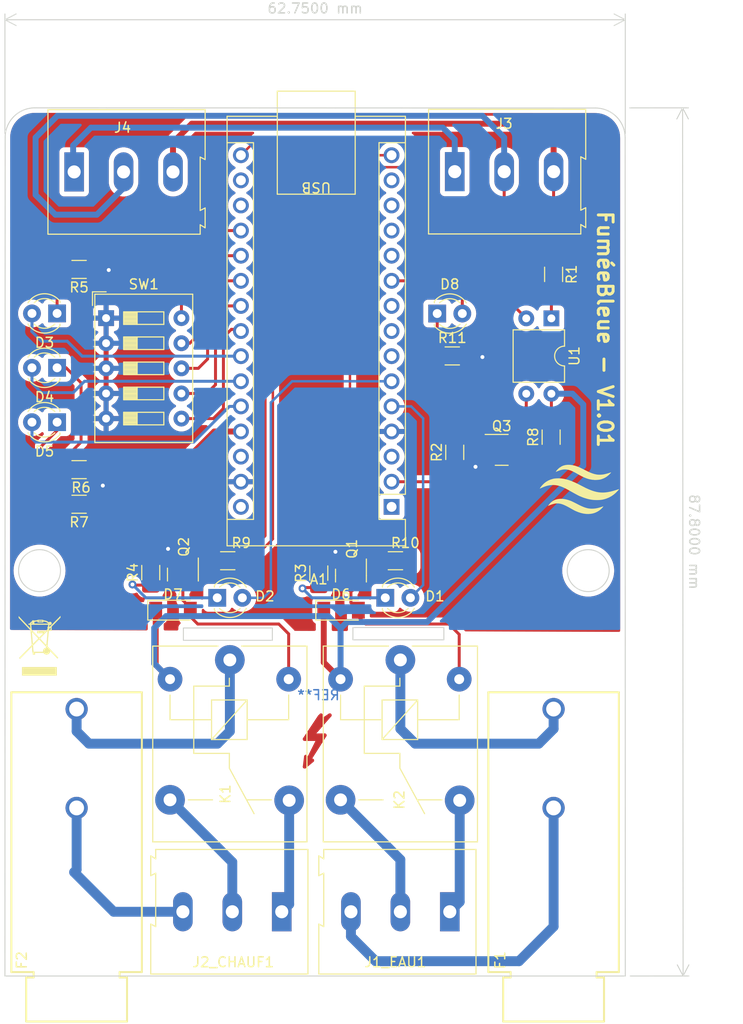
<source format=kicad_pcb>
(kicad_pcb (version 20211014) (generator pcbnew)
  (title_block (comment 4 "AISLER Project ID: KVRGMSSR"))
  (layers (0 "F.Cu" signal) (31 "B.Cu" signal) (34 "B.Paste" user) (35 "F.Paste" user) (36 "B.SilkS" user "B.Silkscreen") (37 "F.SilkS" user "F.Silkscreen") (38 "B.Mask" user) (39 "F.Mask" user) (44 "Edge.Cuts" user))
  (net 0 "")
  (net 2 "Net-(A1-Pad2)")
  (net 4 "GND")
  (net 5 "Net-(A1-Pad5)")
  (net 6 "Net-(A1-Pad6)")
  (net 7 "Net-(A1-Pad26)")
  (net 8 "Net-(A1-Pad25)")
  (net 9 "Net-(A1-Pad24)")
  (net 10 "Net-(A1-Pad10)")
  (net 15 "Net-(A1-Pad15)")
  (net 16 "Net-(A1-Pad16)")
  (net 19 "Net-(A1-Pad19)")
  (net 20 "Net-(A1-Pad20)")
  (net 21 "Net-(A1-Pad21)")
  (net 22 "Net-(A1-Pad22)")
  (net 23 "Net-(A1-Pad23)")
  (net 27 "Net-(A1-Pad27)")
  (net 30 "Net-(D1-Pad1)")
  (net 31 "Net-(D2-Pad1)")
  (net 32 "Net-(D3-Pad1)")
  (net 33 "Net-(D4-Pad1)")
  (net 34 "Net-(D5-Pad1)")
  (net 35 "Net-(F1-Pad1)")
  (net 36 "Net-(F1-Pad2)")
  (net 37 "Net-(F2-Pad1)")
  (net 38 "Net-(F2-Pad2)")
  (net 39 "Net-(J1_EAU1-Pad1)")
  (net 40 "Net-(J1_EAU1-Pad2)")
  (net 41 "Net-(D6-Pad2)")
  (net 42 "Net-(J2_CHAUF1-Pad1)")
  (net 43 "Net-(J3-Pad1)")
  (net 44 "Net-(R1-Pad2)")
  (net 45 "Net-(J2_CHAUF1-Pad2)")
  (net 46 "Net-(D7-Pad2)")
  (net 47 "Net-(D8-Pad1)")
  (net 48 "Net-(J3-Pad2)")
  (net 49 "Net-(J3-Pad3)")
  (net 50 "Net-(Q1-Pad1)")
  (net 51 "Net-(Q2-Pad1)")
  (net 52 "Net-(Q3-Pad1)")
  (footprint "Diode_SMD:D_MiniMELF" (layer "F.Cu") (at 146.5 107)
    (fp_text reference "D6" (at 0 -1.6) (layer "F.SilkS"))
    (fp_text value "LL4148")
    (pad "1" smd rect (at -1.75 0) (size 1.3 1.7) (layers "F.Cu" "F.Paste" "F.Mask") (net 27 "Net-(A1-Pad27)"))
    (pad "2" smd rect (at 1.75 0) (size 1.3 1.7) (layers "F.Cu" "F.Paste" "F.Mask") (net 41 "Net-(D6-Pad2)"))
  )
  (footprint "LED_THT:LED_D3.0mm_FlatTop" (layer "F.Cu") (at 117.775 87.9875 180)
    (fp_text reference "D5" (at 1.27 -2.96) (layer "F.SilkS"))
    (fp_text value "LED ROUGE")
    (pad "1" thru_hole rect (at 0 0 180) (size 1.8 1.8) (drill 0.9) (layers *.Cu *.Mask) (net 34 "Net-(D5-Pad1)"))
    (pad "2" thru_hole circle (at 2.54 0 180) (size 1.8 1.8) (drill 0.9) (layers *.Cu *.Mask) (net 7 "Net-(A1-Pad26)"))
  )
  (footprint "TerminalBlock:TerminalBlock_Altech_AK300-3_P5.00mm" (layer "F.Cu") (at 140.5 137.5 180)
    (fp_text reference "J2_CHAUF1" (at 4.9 -5.1) (layer "F.SilkS"))
    (fp_text value "Screw_Terminal_01x03")
    (pad "1" thru_hole rect (at 0 0 180) (size 1.98 3.96) (drill 1.32) (layers *.Cu *.Mask) (net 42 "Net-(J2_CHAUF1-Pad1)"))
    (pad "2" thru_hole oval (at 5 0 180) (size 1.98 3.96) (drill 1.32) (layers *.Cu *.Mask) (net 45 "Net-(J2_CHAUF1-Pad2)"))
    (pad "3" thru_hole oval (at 10 0 180) (size 1.98 3.96) (drill 1.32) (layers *.Cu *.Mask) (net 37 "Net-(F2-Pad1)"))
  )
  (footprint "Resistor_SMD:R_1206_3216Metric" (layer "F.Cu") (at 120 72.5375 180)
    (fp_text reference "R5" (at 0 -1.82) (layer "F.SilkS"))
    (fp_text value "1k")
    (pad "1" smd roundrect (at -1.4625 0 180) (size 1.125 1.75) (layers "F.Cu" "F.Paste" "F.Mask") (roundrect_rratio 0.2222222222) (net 4 "GND"))
    (pad "2" smd roundrect (at 1.4625 0 180) (size 1.125 1.75) (layers "F.Cu" "F.Paste" "F.Mask") (roundrect_rratio 0.2222222222) (net 32 "Net-(D3-Pad1)"))
  )
  (footprint "TerminalBlock:TerminalBlock_Altech_AK300-3_P5.00mm" (layer "F.Cu") (at 158 62.65)
    (fp_text reference "J3" (at 5 -4.85) (layer "F.SilkS"))
    (fp_text value "Screw_Terminal_01x03")
    (pad "1" thru_hole rect (at 0 0) (size 1.98 3.96) (drill 1.32) (layers *.Cu *.Mask) (net 43 "Net-(J3-Pad1)"))
    (pad "2" thru_hole oval (at 5 0) (size 1.98 3.96) (drill 1.32) (layers *.Cu *.Mask) (net 48 "Net-(J3-Pad2)"))
    (pad "3" thru_hole oval (at 10 0) (size 1.98 3.96) (drill 1.32) (layers *.Cu *.Mask) (net 49 "Net-(J3-Pad3)"))
  )
  (footprint "Package_TO_SOT_SMD:SOT-23" (layer "F.Cu") (at 130.5 103.4 -90)
    (fp_text reference "Q2" (at -2.8 -0.1 90) (layer "F.SilkS"))
    (fp_text value "TRANS_NPN-MMBT2222AL")
    (pad "1" smd roundrect (at -0.9375 -0.95 270) (size 1.475 0.6) (layers "F.Cu" "F.Paste" "F.Mask") (net 51 "Net-(Q2-Pad1)"))
    (pad "2" smd roundrect (at -0.9375 0.95 270) (size 1.475 0.6) (layers "F.Cu" "F.Paste" "F.Mask") (net 4 "GND"))
    (pad "3" smd roundrect (at 0.9375 0 270) (size 1.475 0.6) (layers "F.Cu" "F.Paste" "F.Mask") (net 46 "Net-(D7-Pad2)"))
  )
  (footprint "Package_TO_SOT_SMD:SOT-23" (layer "F.Cu") (at 147.5 103.5 -90)
    (fp_text reference "Q1" (at -2.7 -0.1 90) (layer "F.SilkS"))
    (fp_text value "TRANS_NPN-MMBT2222AL")
    (pad "1" smd roundrect (at -0.9375 -0.95 270) (size 1.475 0.6) (layers "F.Cu" "F.Paste" "F.Mask") (net 50 "Net-(Q1-Pad1)"))
    (pad "2" smd roundrect (at -0.9375 0.95 270) (size 1.475 0.6) (layers "F.Cu" "F.Paste" "F.Mask") (net 4 "GND"))
    (pad "3" smd roundrect (at 0.9375 0 270) (size 1.475 0.6) (layers "F.Cu" "F.Paste" "F.Mask") (net 41 "Net-(D6-Pad2)"))
  )
  (footprint "Resistor_SMD:R_1206_3216Metric" (layer "F.Cu") (at 158 91.0375 90)
    (fp_text reference "R2" (at 0 -1.82 90) (layer "F.SilkS"))
    (fp_text value "10k")
    (pad "1" smd roundrect (at -1.4625 0 90) (size 1.125 1.75) (layers "F.Cu" "F.Paste" "F.Mask") (roundrect_rratio 0.2222222222) (net 4 "GND"))
    (pad "2" smd roundrect (at 1.4625 0 90) (size 1.125 1.75) (layers "F.Cu" "F.Paste" "F.Mask") (roundrect_rratio 0.2222222222) (net 52 "Net-(Q3-Pad1)"))
  )
  (footprint "Resistor_SMD:R_1206_3216Metric" (layer "F.Cu") (at 144.25 103.25 90)
    (fp_text reference "R3" (at 0 -1.82 90) (layer "F.SilkS"))
    (fp_text value "1k")
    (pad "1" smd roundrect (at -1.4625 0 90) (size 1.125 1.75) (layers "F.Cu" "F.Paste" "F.Mask") (roundrect_rratio 0.2222222222) (net 30 "Net-(D1-Pad1)"))
    (pad "2" smd roundrect (at 1.4625 0 90) (size 1.125 1.75) (layers "F.Cu" "F.Paste" "F.Mask") (roundrect_rratio 0.2222222222) (net 4 "GND"))
  )
  (footprint "Resistor_SMD:R_1206_3216Metric" (layer "F.Cu") (at 157.75 81.2875)
    (fp_text reference "R11" (at 0 -1.82) (layer "F.SilkS"))
    (fp_text value "1k")
    (pad "1" smd roundrect (at -1.4625 0) (size 1.125 1.75) (layers "F.Cu" "F.Paste" "F.Mask") (roundrect_rratio 0.2222222222) (net 47 "Net-(D8-Pad1)"))
    (pad "2" smd roundrect (at 1.4625 0) (size 1.125 1.75) (layers "F.Cu" "F.Paste" "F.Mask") (roundrect_rratio 0.2222222222) (net 4 "GND"))
  )
  (footprint "Relay_THT:Relay_SPDT_SANYOU_SRD_Series_Form_C" (layer "F.Cu") (at 152.500183 112.030972 -90)
    (fp_text reference "K2" (at 14.15 0.100183 90) (layer "F.SilkS"))
    (fp_text value "SANYOU_SRD_Form_C")
    (pad "1" thru_hole circle (at 0 0) (size 3 3) (drill 1.3) (layers *.Cu *.Mask) (net 36 "Net-(F1-Pad2)"))
    (pad "2" thru_hole circle (at 1.95 6.05) (size 2.5 2.5) (drill 1) (layers *.Cu *.Mask) (net 27 "Net-(A1-Pad27)"))
    (pad "3" thru_hole circle (at 14.15 6.05) (size 3 3) (drill 1.3) (layers *.Cu *.Mask) (net 40 "Net-(J1_EAU1-Pad2)"))
    (pad "4" thru_hole circle (at 14.2 -6) (size 3 3) (drill 1.3) (layers *.Cu *.Mask) (net 39 "Net-(J1_EAU1-Pad1)"))
    (pad "5" thru_hole circle (at 1.95 -5.95) (size 2.5 2.5) (drill 1) (layers *.Cu *.Mask) (net 41 "Net-(D6-Pad2)"))
  )
  (footprint "Resistor_SMD:R_1206_3216Metric" (layer "F.Cu") (at 120 96.2875 180)
    (fp_text reference "R7" (at 0 -1.82) (layer "F.SilkS"))
    (fp_text value "1k")
    (pad "1" smd roundrect (at -1.4625 0 180) (size 1.125 1.75) (layers "F.Cu" "F.Paste" "F.Mask") (roundrect_rratio 0.2222222222) (net 4 "GND"))
    (pad "2" smd roundrect (at 1.4625 0 180) (size 1.125 1.75) (layers "F.Cu" "F.Paste" "F.Mask") (roundrect_rratio 0.2222222222) (net 34 "Net-(D5-Pad1)"))
  )
  (footprint "Resistor_SMD:R_1206_3216Metric" (layer "F.Cu") (at 167.75 89.5 90)
    (fp_text reference "R8" (at 0 -1.82 90) (layer "F.SilkS"))
    (fp_text value "10k")
    (pad "1" smd roundrect (at -1.4625 0 90) (size 1.125 1.75) (layers "F.Cu" "F.Paste" "F.Mask") (roundrect_rratio 0.2222222222) (net 2 "Net-(A1-Pad2)"))
    (pad "2" smd roundrect (at 1.4625 0 90) (size 1.125 1.75) (layers "F.Cu" "F.Paste" "F.Mask") (roundrect_rratio 0.2222222222) (net 27 "Net-(A1-Pad27)"))
  )
  (footprint "Resistor_SMD:R_1206_3216Metric" (layer "F.Cu") (at 168 73.0375 -90)
    (fp_text reference "R1" (at 0 -1.82 90) (layer "F.SilkS"))
    (fp_text value "1,2k")
    (pad "1" smd roundrect (at -1.4625 0 270) (size 1.125 1.75) (layers "F.Cu" "F.Paste" "F.Mask") (roundrect_rratio 0.2222222222) (net 49 "Net-(J3-Pad3)"))
    (pad "2" smd roundrect (at 1.4625 0 270) (size 1.125 1.75) (layers "F.Cu" "F.Paste" "F.Mask") (roundrect_rratio 0.2222222222) (net 44 "Net-(R1-Pad2)"))
  )
  (footprint "Relay_THT:Relay_SPDT_SANYOU_SRD_Series_Form_C" (layer "F.Cu") (at 135.250183 112.030972 -90)
    (fp_text reference "K1" (at 13.569028 0.450183 90) (layer "F.SilkS"))
    (fp_text value "SANYOU_SRD_Form_C")
    (pad "1" thru_hole circle (at 0 0) (size 3 3) (drill 1.3) (layers *.Cu *.Mask) (net 38 "Net-(F2-Pad2)"))
    (pad "2" thru_hole circle (at 1.95 6.05) (size 2.5 2.5) (drill 1) (layers *.Cu *.Mask) (net 27 "Net-(A1-Pad27)"))
    (pad "3" thru_hole circle (at 14.15 6.05) (size 3 3) (drill 1.3) (layers *.Cu *.Mask) (net 45 "Net-(J2_CHAUF1-Pad2)"))
    (pad "4" thru_hole circle (at 14.2 -6) (size 3 3) (drill 1.3) (layers *.Cu *.Mask) (net 42 "Net-(J2_CHAUF1-Pad1)"))
    (pad "5" thru_hole circle (at 1.95 -5.95) (size 2.5 2.5) (drill 1) (layers *.Cu *.Mask) (net 46 "Net-(D7-Pad2)"))
  )
  (footprint "Symbol:WEEE-Logo_4.2x6mm_SilkScreen" (layer "F.Cu") (at 116 110.6)
    (fp_text reference "REF**" hide)
    (fp_text value "WEEE-Logo_4.2x6mm_SilkScreen" hide)
  )
  (footprint "Package_DIP:DIP-4_W7.62mm" (layer "F.Cu") (at 167.775 77.4875 -90)
    (fp_text reference "U1" (at 3.81 -2.33 90) (layer "F.SilkS"))
    (fp_text value "LTV-814")
    (pad "1" thru_hole rect (at 0 0 270) (size 1.6 1.6) (drill 0.8) (layers *.Cu *.Mask) (net 44 "Net-(R1-Pad2)"))
    (pad "2" thru_hole oval (at 0 2.54 270) (size 1.6 1.6) (drill 0.8) (layers *.Cu *.Mask) (net 48 "Net-(J3-Pad2)"))
    (pad "3" thru_hole oval (at 7.62 2.54 270) (size 1.6 1.6) (drill 0.8) (layers *.Cu *.Mask) (net 52 "Net-(Q3-Pad1)"))
    (pad "4" thru_hole oval (at 7.62 0 270) (size 1.6 1.6) (drill 0.8) (layers *.Cu *.Mask) (net 27 "Net-(A1-Pad27)"))
  )
  (footprint "Resistor_SMD:R_1206_3216Metric" (layer "F.Cu") (at 135.0375 102 180)
    (fp_text reference "R9" (at -1.3625 1.8) (layer "F.SilkS"))
    (fp_text value "1k")
    (pad "1" smd roundrect (at -1.4625 0 180) (size 1.125 1.75) (layers "F.Cu" "F.Paste" "F.Mask") (roundrect_rratio 0.2222222222) (net 15 "Net-(A1-Pad15)"))
    (pad "2" smd roundrect (at 1.4625 0 180) (size 1.125 1.75) (layers "F.Cu" "F.Paste" "F.Mask") (roundrect_rratio 0.2222222222) (net 51 "Net-(Q2-Pad1)"))
  )
  (footprint "Diode_SMD:D_MiniMELF" (layer "F.Cu") (at 129.5 107)
    (fp_text reference "D7" (at 0 -1.6) (layer "F.SilkS"))
    (fp_text value "LL4148")
    (pad "1" smd rect (at -1.75 0) (size 1.3 1.7) (layers "F.Cu" "F.Paste" "F.Mask") (net 27 "Net-(A1-Pad27)"))
    (pad "2" smd rect (at 1.75 0) (size 1.3 1.7) (layers "F.Cu" "F.Paste" "F.Mask") (net 46 "Net-(D7-Pad2)"))
  )
  (footprint "LED_THT:LED_D3.0mm_FlatTop" (layer "F.Cu") (at 150.975 105.75)
    (fp_text reference "D1" (at 5.025 -0.15) (layer "F.SilkS"))
    (fp_text value "LED EAU")
    (pad "1" thru_hole rect (at 0 0) (size 1.8 1.8) (drill 0.9) (layers *.Cu *.Mask) (net 30 "Net-(D1-Pad1)"))
    (pad "2" thru_hole circle (at 2.54 0) (size 1.8 1.8) (drill 0.9) (layers *.Cu *.Mask) (net 5 "Net-(A1-Pad5)"))
  )
  (footprint "Resistor_SMD:R_1206_3216Metric" (layer "F.Cu") (at 120 92.7875 180)
    (fp_text reference "R6" (at -0.2 -1.8125) (layer "F.SilkS"))
    (fp_text value "1k")
    (pad "1" smd roundrect (at -1.4625 0 180) (size 1.125 1.75) (layers "F.Cu" "F.Paste" "F.Mask") (roundrect_rratio 0.2222222222) (net 4 "GND"))
    (pad "2" smd roundrect (at 1.4625 0 180) (size 1.125 1.75) (layers "F.Cu" "F.Paste" "F.Mask") (roundrect_rratio 0.2222222222) (net 33 "Net-(D4-Pad1)"))
  )
  (footprint "Fuseholder 696310001002:696310001002" (layer "F.Cu") (at 119.750183 122 90)
    (fp_text reference "F2" (at -20.4 -5.550183 90) (layer "F.SilkS"))
    (fp_text value "Fuse 1A")
    (pad "1" thru_hole circle locked (at -5 0 90) (size 2.25 2.25) (drill 1.5) (layers *.Cu *.Mask) (net 37 "Net-(F2-Pad1)"))
    (pad "2" thru_hole circle locked (at 5 0 90) (size 2.25 2.25) (drill 1.5) (layers *.Cu *.Mask) (net 38 "Net-(F2-Pad2)"))
  )
  (footprint "LED_THT:LED_D3.0mm_FlatTop" (layer "F.Cu") (at 133.975 105.75)
    (fp_text reference "D2" (at 4.825 -0.15) (layer "F.SilkS"))
    (fp_text value "LED CHAUF")
    (pad "1" thru_hole rect (at 0 0) (size 1.8 1.8) (drill 0.9) (layers *.Cu *.Mask) (net 31 "Net-(D2-Pad1)"))
    (pad "2" thru_hole circle (at 2.54 0) (size 1.8 1.8) (drill 0.9) (layers *.Cu *.Mask) (net 6 "Net-(A1-Pad6)"))
  )
  (footprint "LED_THT:LED_D3.0mm_FlatTop" (layer "F.Cu") (at 117.775 76.9875 180)
    (fp_text reference "D3" (at 1.27 -2.96) (layer "F.SilkS"))
    (fp_text value " LED BLEU")
    (pad "1" thru_hole rect (at 0 0 180) (size 1.8 1.8) (drill 0.9) (layers *.Cu *.Mask) (net 32 "Net-(D3-Pad1)"))
    (pad "2" thru_hole circle (at 2.54 0 180) (size 1.8 1.8) (drill 0.9) (layers *.Cu *.Mask) (net 9 "Net-(A1-Pad24)"))
  )
  (footprint "LED_THT:LED_D3.0mm_FlatTop" (layer "F.Cu") (at 156.225 77)
    (fp_text reference "D8" (at 1.27 -2.96) (layer "F.SilkS"))
    (fp_text value "LED TIC")
    (pad "1" thru_hole rect (at 0 0) (size 1.8 1.8) (drill 0.9) (layers *.Cu *.Mask) (net 47 "Net-(D8-Pad1)"))
    (pad "2" thru_hole circle (at 2.54 0) (size 1.8 1.8) (drill 0.9) (layers *.Cu *.Mask) (net 10 "Net-(A1-Pad10)"))
  )
  (footprint "LED_THT:LED_D3.0mm_FlatTop" (layer "F.Cu") (at 117.775 82.4875 180)
    (fp_text reference "D4" (at 1.27 -2.96) (layer "F.SilkS"))
    (fp_text value "LED BLANC")
    (pad "1" thru_hole rect (at 0 0 180) (size 1.8 1.8) (drill 0.9) (layers *.Cu *.Mask) (net 33 "Net-(D4-Pad1)"))
    (pad "2" thru_hole circle (at 2.54 0 180) (size 1.8 1.8) (drill 0.9) (layers *.Cu *.Mask) (net 8 "Net-(A1-Pad25)"))
  )
  (footprint "Button_Switch_THT:SW_DIP_SPSTx05_Slide_9.78x14.88mm_W7.62mm_P2.54mm" (layer "F.Cu") (at 122.7325 77.4625)
    (fp_text reference "SW1" (at 3.81 -3.42) (layer "F.SilkS"))
    (fp_text value "SW_DIP_x05")
    (pad "1" thru_hole rect (at 0 0) (size 1.6 1.6) (drill 0.8) (layers *.Cu *.Mask) (net 4 "GND"))
    (pad "2" thru_hole oval (at 0 2.54) (size 1.6 1.6) (drill 0.8) (layers *.Cu *.Mask) (net 4 "GND"))
    (pad "3" thru_hole oval (at 0 5.08) (size 1.6 1.6) (drill 0.8) (layers *.Cu *.Mask) (net 4 "GND"))
    (pad "4" thru_hole oval (at 0 7.62) (size 1.6 1.6) (drill 0.8) (layers *.Cu *.Mask) (net 4 "GND"))
    (pad "5" thru_hole oval (at 0 10.16) (size 1.6 1.6) (drill 0.8) (layers *.Cu *.Mask) (net 4 "GND"))
    (pad "6" thru_hole oval (at 7.62 10.16) (size 1.6 1.6) (drill 0.8) (layers *.Cu *.Mask) (net 23 "Net-(A1-Pad23)"))
    (pad "7" thru_hole oval (at 7.62 7.62) (size 1.6 1.6) (drill 0.8) (layers *.Cu *.Mask) (net 22 "Net-(A1-Pad22)"))
    (pad "8" thru_hole oval (at 7.62 5.08) (size 1.6 1.6) (drill 0.8) (layers *.Cu *.Mask) (net 21 "Net-(A1-Pad21)"))
    (pad "9" thru_hole oval (at 7.62 2.54) (size 1.6 1.6) (drill 0.8) (layers *.Cu *.Mask) (net 20 "Net-(A1-Pad20)"))
    (pad "10" thru_hole oval (at 7.62 0) (size 1.6 1.6) (drill 0.8) (layers *.Cu *.Mask) (net 19 "Net-(A1-Pad19)"))
  )
  (footprint "Fuseholder 696310001002:696310001002" (layer "F.Cu") (at 168 122 90)
    (fp_text reference "F1" (at -20.4 -5.4 90) (layer "F.SilkS"))
    (fp_text value "Fuse 1A")
    (pad "1" thru_hole circle locked (at -5 0 90) (size 2.25 2.25) (drill 1.5) (layers *.Cu *.Mask) (net 35 "Net-(F1-Pad1)"))
    (pad "2" thru_hole circle locked (at 5 0 90) (size 2.25 2.25) (drill 1.5) (layers *.Cu *.Mask) (net 36 "Net-(F1-Pad2)"))
  )
  (footprint "Resistor_SMD:R_1206_3216Metric" (layer "F.Cu") (at 127.25 103.2 90)
    (fp_text reference "R4" (at 0 -1.82 90) (layer "F.SilkS"))
    (fp_text value "1k")
    (pad "1" smd roundrect (at -1.4625 0 90) (size 1.125 1.75) (layers "F.Cu" "F.Paste" "F.Mask") (roundrect_rratio 0.2222222222) (net 31 "Net-(D2-Pad1)"))
    (pad "2" smd roundrect (at 1.4625 0 90) (size 1.125 1.75) (layers "F.Cu" "F.Paste" "F.Mask") (roundrect_rratio 0.2222222222) (net 4 "GND"))
  )
  (footprint "logo_fb:logo_fb_small" (layer "F.Cu") (at 170.6 94.8 90)
    (fp_text reference "G***" hide)
    (fp_text value "LOGO" hide)
  )
  (footprint "TerminalBlock:TerminalBlock_Altech_AK300-3_P5.00mm" (layer "F.Cu") (at 157.5 137.5 180)
    (fp_text reference "J1_EAU1" (at 5.5 -5.1) (layer "F.SilkS"))
    (fp_text value "Screw_Terminal_01x03")
    (pad "1" thru_hole rect (at 0 0 180) (size 1.98 3.96) (drill 1.32) (layers *.Cu *.Mask) (net 39 "Net-(J1_EAU1-Pad1)"))
    (pad "2" thru_hole oval (at 5 0 180) (size 1.98 3.96) (drill 1.32) (layers *.Cu *.Mask) (net 40 "Net-(J1_EAU1-Pad2)"))
    (pad "3" thru_hole oval (at 10 0 180) (size 1.98 3.96) (drill 1.32) (layers *.Cu *.Mask) (net 35 "Net-(F1-Pad1)"))
  )
  (footprint "Resistor_SMD:R_1206_3216Metric" (layer "F.Cu") (at 152 102 180)
    (fp_text reference "R10" (at -1 1.8) (layer "F.SilkS"))
    (fp_text value "1k")
    (pad "1" smd roundrect (at -1.4625 0 180) (size 1.125 1.75) (layers "F.Cu" "F.Paste" "F.Mask") (roundrect_rratio 0.2222222222) (net 16 "Net-(A1-Pad16)"))
    (pad "2" smd roundrect (at 1.4625 0 180) (size 1.125 1.75) (layers "F.Cu" "F.Paste" "F.Mask") (roundrect_rratio 0.2222222222) (net 50 "Net-(Q1-Pad1)"))
  )
  (footprint "Symbol:Symbol_Highvoltage_Type1_CopperTop_Small" (layer "F.Cu") (at 143.2 120.8)
    (fp_text reference "REF**" (at 1.016 -5.207) (layer "B.Cu") (effects (justify mirror)))
    (fp_text value "Symbol_Highvoltage_Type1_CopperTop_Small")
    (fp_line (start 0.381 1.397) (end -0.127 1.651) (layer "F.Cu") (width 0.381))
    (fp_line (start 1.397 -2.794) (end 0 -0.889) (layer "F.Cu") (width 0.381))
    (fp_line (start 1.016 -0.762) (end -0.127 1.524) (layer "F.Cu") (width 0.381))
    (fp_line (start -0.381 -0.762) (end 1.016 -0.762) (layer "F.Cu") (width 0.381))
    (fp_line (start -0.127 1.524) (end -0.254 1.016) (layer "F.Cu") (width 0.381))
    (fp_line (start 2.159 -3.175) (end 1.397 -2.667) (layer "F.Cu") (width 0.381))
    (fp_line (start 1.143 -3.048) (end -0.381 -0.762) (layer "F.Cu") (width 0.381))
    (fp_line (start 1.397 -2.667) (end 1.27 -3.175) (layer "F.Cu") (width 0.381))
    (fp_line (start 0 -0.889) (end 1.27 -0.889) (layer "F.Cu") (width 0.381))
    (fp_line (start -0.254 1.016) (end -0.381 2.032) (layer "F.Cu") (width 0.381))
    (fp_line (start -0.127 1.651) (end 1.651 -1.143) (layer "F.Cu") (width 0.381))
    (fp_line (start -0.381 2.032) (end 0.381 1.397) (layer "F.Cu") (width 0.381))
    (fp_line (start 0.381 -1.143) (end 2.159 -3.175) (layer "F.Cu") (width 0.381))
    (fp_line (start 1.651 -1.143) (end 0.381 -1.143) (layer "F.Cu") (width 0.381))
  )
  (footprint "TerminalBlock:TerminalBlock_Altech_AK300-3_P5.00mm" (layer "F.Cu") (at 119.5 62.675)
    (fp_text reference "J4" (at 4.9 -4.475) (layer "F.SilkS"))
    (fp_text value "Screw_Terminal_01x03")
    (pad "1" thru_hole rect (at 0 0) (size 1.98 3.96) (drill 1.32) (layers *.Cu *.Mask) (net 43 "Net-(J3-Pad1)"))
    (pad "2" thru_hole oval (at 5 0) (size 1.98 3.96) (drill 1.32) (layers *.Cu *.Mask) (net 48 "Net-(J3-Pad2)"))
    (pad "3" thru_hole oval (at 10 0) (size 1.98 3.96) (drill 1.32) (layers *.Cu *.Mask) (net 49 "Net-(J3-Pad3)"))
  )
  (footprint "Package_TO_SOT_SMD:SOT-23" (layer "F.Cu") (at 162.75 90.7875)
    (fp_text reference "Q3" (at 0 -2.4) (layer "F.SilkS"))
    (fp_text value "BS170F")
    (pad "1" smd roundrect (at -0.9375 -0.95) (size 1.475 0.6) (layers "F.Cu" "F.Paste" "F.Mask") (net 52 "Net-(Q3-Pad1)"))
    (pad "2" smd roundrect (at -0.9375 0.95) (size 1.475 0.6) (layers "F.Cu" "F.Paste" "F.Mask") (net 4 "GND"))
    (pad "3" smd roundrect (at 0.9375 0) (size 1.475 0.6) (layers "F.Cu" "F.Paste" "F.Mask") (net 2 "Net-(A1-Pad2)"))
  )
  (footprint "Module:Arduino_Nano" (layer "F.Cu") (at 151.61 96.55 180)
    (fp_text reference "A1" (at 7.37 -7.33) (layer "F.SilkS"))
    (fp_text value "Arduino_Nano_v3.x")
    (fp_text user "USB" (at 7.620183 32.303472 180 unlocked) (layer "F.SilkS"))
    (pad "1" thru_hole rect (at 0 0 180) (size 1.6 1.6) (drill 1) (layers *.Cu *.Mask))
    (pad "2" thru_hole oval (at 0 2.54 180) (size 1.6 1.6) (drill 1) (layers *.Cu *.Mask) (net 2 "Net-(A1-Pad2)"))
    (pad "3" thru_hole oval (at 0 5.08 180) (size 1.6 1.6) (drill 1) (layers *.Cu *.Mask))
    (pad "4" thru_hole oval (at 0 7.62 180) (size 1.6 1.6) (drill 1) (layers *.Cu *.Mask) (net 4 "GND"))
    (pad "5" thru_hole oval (at 0 10.16 180) (size 1.6 1.6) (drill 1) (layers *.Cu *.Mask) (net 5 "Net-(A1-Pad5)"))
    (pad "6" thru_hole oval (at 0 12.7 180) (size 1.6 1.6) (drill 1) (layers *.Cu *.Mask) (net 6 "Net-(A1-Pad6)"))
    (pad "7" thru_hole oval (at 0 15.24 180) (size 1.6 1.6) (drill 1) (layers *.Cu *.Mask))
    (pad "8" thru_hole oval (at 0 17.78 180) (size 1.6 1.6) (drill 1) (layers *.Cu *.Mask))
    (pad "9" thru_hole oval (at 0 20.32 180) (size 1.6 1.6) (drill 1) (layers *.Cu *.Mask))
    (pad "10" thru_hole oval (at 0 22.86 180) (size 1.6 1.6) (drill 1) (layers *.Cu *.Mask) (net 10 "Net-(A1-Pad10)"))
    (pad "11" thru_hole oval (at 0 25.4 180) (size 1.6 1.6) (drill 1) (layers *.Cu *.Mask))
    (pad "12" thru_hole oval (at 0 27.94 180) (size 1.6 1.6) (drill 1) (layers *.Cu *.Mask))
    (pad "13" thru_hole oval (at 0 30.48 180) (size 1.6 1.6) (drill 1) (layers *.Cu *.Mask))
    (pad "14" thru_hole oval (at 0 33.02 180) (size 1.6 1.6) (drill 1) (layers *.Cu *.Mask))
    (pad "15" thru_hole oval (at 0 35.56 180) (size 1.6 1.6) (drill 1) (layers *.Cu *.Mask) (net 15 "Net-(A1-Pad15)"))
    (pad "16" thru_hole oval (at 15.24 35.56 180) (size 1.6 1.6) (drill 1) (layers *.Cu *.Mask) (net 16 "Net-(A1-Pad16)"))
    (pad "17" thru_hole oval (at 15.24 33.02 180) (size 1.6 1.6) (drill 1) (layers *.Cu *.Mask))
    (pad "18" thru_hole oval (at 15.24 30.48 180) (size 1.6 1.6) (drill 1) (layers *.Cu *.Mask))
    (pad "19" thru_hole oval (at 15.24 27.94 180) (size 1.6 1.6) (drill 1) (layers *.Cu *.Mask) (net 19 "Net-(A1-Pad19)"))
    (pad "20" thru_hole oval (at 15.24 25.4 180) (size 1.6 1.6) (drill 1) (layers *.Cu *.Mask) (net 20 "Net-(A1-Pad20)"))
    (pad "21" thru_hole oval (at 15.24 22.86 180) (size 1.6 1.6) (drill 1) (layers *.Cu *.Mask) (net 21 "Net-(A1-Pad21)"))
    (pad "22" thru_hole oval (at 15.24 20.32 180) (size 1.6 1.6) (drill 1) (layers *.Cu *.Mask) (net 22 "Net-(A1-Pad22)"))
    (pad "23" thru_hole oval (at 15.24 17.78 180) (size 1.6 1.6) (drill 1) (layers *.Cu *.Mask) (net 23 "Net-(A1-Pad23)"))
    (pad "24" thru_hole oval (at 15.24 15.24 180) (size 1.6 1.6) (drill 1) (layers *.Cu *.Mask) (net 9 "Net-(A1-Pad24)"))
    (pad "25" thru_hole oval (at 15.24 12.7 180) (size 1.6 1.6) (drill 1) (layers *.Cu *.Mask) (net 8 "Net-(A1-Pad25)"))
    (pad "26" thru_hole oval (at 15.24 10.16 180) (size 1.6 1.6) (drill 1) (layers *.Cu *.Mask) (net 7 "Net-(A1-Pad26)"))
    (pad "27" thru_hole oval (at 15.24 7.62 180) (size 1.6 1.6) (drill 1) (layers *.Cu *.Mask) (net 27 "Net-(A1-Pad27)"))
    (pad "28" thru_hole oval (at 15.24 5.08 180) (size 1.6 1.6) (drill 1) (layers *.Cu *.Mask))
    (pad "29" thru_hole oval (at 15.24 2.54 180) (size 1.6 1.6) (drill 1) (layers *.Cu *.Mask) (net 4 "GND"))
    (pad "30" thru_hole oval (at 15.24 0 180) (size 1.6 1.6) (drill 1) (layers *.Cu *.Mask))
  )
  (gr_line (start 112.500183 144) (end 175.250183 144) (layer "Edge.Cuts") (width 0.1))
  (gr_rect (start 147.7 110) (end 156.9 108.75) (layer "Edge.Cuts") (width 0.1) (fill none))
  (gr_rect (start 130.55 110.05) (end 139.55 108.8) (layer "Edge.Cuts") (width 0.1) (fill none))
  (gr_line (start 112.52132 59.19632) (end 112.500183 144) (layer "Edge.Cuts") (width 0.1))
  (gr_arc (start 112.52132 59.19632) (mid 113.4 57.075) (end 115.52132 56.19632) (layer "Edge.Cuts") (width 0.1))
  (gr_line (start 175.250183 144) (end 175.235953 59.214386) (layer "Edge.Cuts") (width 0.1))
  (gr_circle (center 171.5 103) (end 173.62132 103) (layer "Edge.Cuts") (width 0.1) (fill none))
  (gr_line (start 172.235953 56.214386) (end 115.52132 56.19632) (layer "Edge.Cuts") (width 0.1))
  (gr_arc (start 172.235953 56.214386) (mid 174.357273 57.093066) (end 175.235953 59.214386) (layer "Edge.Cuts") (width 0.1))
  (gr_circle (center 116 103) (end 117.5 104.5) (layer "Edge.Cuts") (width 0.1) (fill none))
  (gr_text "FuméeBleue - V1.01" (at 173.2 78.6 270) (layer "F.SilkS") (effects (font (size 1.5 1.5) (thickness 0.3))))
  (dimension (type aligned) (layer "Edge.Cuts") (pts (xy 175.2 56.2) (xy 175.250183 144)) (height -5.849725) (gr_text "87,8000 mm" (at 182.224815 100.096 270.0327473) (layer "Edge.Cuts") (effects (font (size 1 1) (thickness 0.15)))) (format (units 3) (units_format 1) (precision 4)) (style (thickness 0.1) (arrow_length 1.27) (text_position_mode 0) (extension_height 0.58642) (extension_offset 0.5) keep_text_aligned))
  (dimension (type aligned) (layer "Edge.Cuts") (pts (xy 112.5 59.2875) (xy 175.25 59.2875)) (height -12) (gr_text "62,7500 mm" (at 143.875 46.1375) (layer "Edge.Cuts") (effects (font (size 1 1) (thickness 0.15)))) (format (units 3) (units_format 1) (precision 4)) (style (thickness 0.1) (arrow_length 1.27) (text_position_mode 0) (extension_height 0.58642) (extension_offset 0.5) keep_text_aligned))
  (segment (start 151.61 94.01) (end 162.99 94.01) (width 0.3) (layer "F.Cu") (net 2))
  (segment (start 163.6875 93.3125) (end 163.6875 90.7875) (width 0.3) (layer "F.Cu") (net 2))
  (segment (start 162.99 94.01) (end 163.6875 93.3125) (width 0.3) (layer "F.Cu") (net 2))
  (segment (start 167.575 90.7875) (end 167.75 90.9625) (width 0.3) (layer "F.Cu") (net 2))
  (segment (start 163.6875 90.7875) (end 167.575 90.7875) (width 0.3) (layer "F.Cu") (net 2))
  (segment (start 122.4 94.4) (end 121.6 94.4) (width 0.3) (layer "F.Cu") (net 4))
  (segment (start 128.775 101.5375) (end 128.775 101.025) (width 0.3) (layer "F.Cu") (net 4))
  (segment (start 160.6875 81.2875) (end 160.8 81.4) (width 0.3) (layer "F.Cu") (net 4))
  (segment (start 145.775 101.7875) (end 146.55 102.5625) (width 0.3) (layer "F.Cu") (net 4))
  (segment (start 161.05 92.5) (end 161.8125 91.7375) (width 0.3) (layer "F.Cu") (net 4))
  (segment (start 121.4625 72.5375) (end 122.9375 72.5375) (width 0.4) (layer "F.Cu") (net 4))
  (segment (start 127.25 101.5375) (end 128.775 101.5375) (width 0.3) (layer "F.Cu") (net 4))
  (segment (start 121.4625 94.2625) (end 121.4625 92.7875) (width 0.3) (layer "F.Cu") (net 4))
  (segment (start 121.6 94.4) (end 121.4625 94.2625) (width 0.3) (layer "F.Cu") (net 4))
  (segment (start 160.1 92.5) (end 161.05 92.5) (width 0.3) (layer "F.Cu") (net 4))
  (segment (start 145.929487 101.095156) (end 145.929487 101.470513) (width 0.3) (layer "F.Cu") (net 4))
  (segment (start 158 92.5) (end 160.1 92.5) (width 0.3) (layer "F.Cu") (net 4))
  (segment (start 121.4625 96.2875) (end 121.4625 94.2625) (width 0.3) (layer "F.Cu") (net 4))
  (segment (start 128.775 101.5375) (end 129.55 102.3125) (width 0.3) (layer "F.Cu") (net 4))
  (segment (start 145.929487 101.470513) (end 145.6125 101.7875) (width 0.3) (layer "F.Cu") (net 4))
  (segment (start 122.9375 72.5375) (end 123 72.6) (width 0.4) (layer "F.Cu") (net 4))
  (segment (start 145.6125 101.7875) (end 145.775 101.7875) (width 0.3) (layer "F.Cu") (net 4))
  (segment (start 159.2125 81.2875) (end 160.6875 81.2875) (width 0.3) (layer "F.Cu") (net 4))
  (segment (start 144.25 101.7875) (end 145.6125 101.7875) (width 0.3) (layer "F.Cu") (net 4))
  (segment (start 128.775 101.025) (end 129 100.8) (width 0.3) (layer "F.Cu") (net 4))
  (via (at 145.929487 101.095156) (size 0.8) (drill 0.4) (layers "F.Cu" "B.Cu") (net 4))
  (via (at 160.1 92.5) (size 0.8) (drill 0.4) (layers "F.Cu" "B.Cu") (net 4))
  (via (at 122.4 94.4) (size 0.8) (drill 0.4) (layers "F.Cu" "B.Cu") (net 4))
  (via (at 160.8 81.4) (size 0.8) (drill 0.4) (layers "F.Cu" "B.Cu") (net 4))
  (via (at 129 100.8) (size 0.8) (drill 0.4) (layers "F.Cu" "B.Cu") (net 4))
  (via (at 123 72.6) (size 0.8) (drill 0.4) (layers "F.Cu" "B.Cu") (net 4))
  (segment (start 153.59 86.39) (end 151.61 86.39) (width 0.25) (layer "B.Cu") (net 5))
  (segment (start 154.8 104.465) (end 154.8 87.6) (width 0.25) (layer "B.Cu") (net 5))
  (segment (start 154.8 87.6) (end 153.59 86.39) (width 0.25) (layer "B.Cu") (net 5))
  (segment (start 153.515 105.75) (end 154.8 104.465) (width 0.25) (layer "B.Cu") (net 5))
  (segment (start 151.61 83.85) (end 141.55 83.85) (width 0.25) (layer "B.Cu") (net 6))
  (segment (start 141.55 83.85) (end 139.4 86) (width 0.25) (layer "B.Cu") (net 6))
  (segment (start 138.65 105.75) (end 136.515 105.75) (width 0.25) (layer "B.Cu") (net 6))
  (segment (start 139.4 105) (end 138.65 105.75) (width 0.25) (layer "B.Cu") (net 6))
  (segment (start 139.4 86) (end 139.4 105) (width 0.25) (layer "B.Cu") (net 6))
  (segment (start 115.6 90) (end 131.6 90) (width 0.3) (layer "B.Cu") (net 7))
  (segment (start 115.235 89.635) (end 115.6 90) (width 0.3) (layer "B.Cu") (net 7))
  (segment (start 115.235 87.9875) (end 115.235 89.635) (width 0.3) (layer "B.Cu") (net 7))
  (segment (start 131.6 90) (end 135.21 86.39) (width 0.3) (layer "B.Cu") (net 7))
  (segment (start 135.21 86.39) (end 136.37 86.39) (width 0.3) (layer "B.Cu") (net 7))
  (segment (start 119.4 85) (end 116.2 85) (width 0.3) (layer "B.Cu") (net 8))
  (segment (start 136.37 83.85) (end 120.55 83.85) (width 0.3) (layer "B.Cu") (net 8))
  (segment (start 115.235 84.035) (end 115.235 82.4875) (width 0.3) (layer "B.Cu") (net 8))
  (segment (start 116.2 85) (end 115.235 84.035) (width 0.3) (layer "B.Cu") (net 8))
  (segment (start 120.55 83.85) (end 119.4 85) (width 0.3) (layer "B.Cu") (net 8))
  (segment (start 136.37 81.31) (end 120.31 81.31) (width 0.3) (layer "B.Cu") (net 9))
  (segment (start 115.235 78.765) (end 115.235 76.9875) (width 0.3) (layer "B.Cu") (net 9))
  (segment (start 115.2 78.8) (end 115.235 78.765) (width 0.3) (layer "B.Cu") (net 9))
  (segment (start 116.2 79.8) (end 115.2 78.8) (width 0.3) (layer "B.Cu") (net 9))
  (segment (start 118.8 79.8) (end 116.2 79.8) (width 0.3) (layer "B.Cu") (net 9))
  (segment (start 120.31 81.31) (end 118.8 79.8) (width 0.3) (layer "B.Cu") (net 9))
  (segment (start 158.8 74.6) (end 158.765 74.635) (width 0.3) (layer "F.Cu") (net 10))
  (segment (start 158.765 74.635) (end 158.765 77) (width 0.3) (layer "F.Cu") (net 10))
  (segment (start 157.89 73.69) (end 158.8 74.6) (width 0.3) (layer "F.Cu") (net 10))
  (segment (start 151.61 73.69) (end 157.89 73.69) (width 0.3) (layer "F.Cu") (net 10))
  (segment (start 137.4 102) (end 139.6 99.8) (width 0.25) (layer "F.Cu") (net 15))
  (segment (start 139.6 99.8) (end 139.6 62.4) (width 0.25) (layer "F.Cu") (net 15))
  (segment (start 141.01 60.99) (end 151.61 60.99) (width 0.25) (layer "F.Cu") (net 15))
  (segment (start 139.6 62.4) (end 141.01 60.99) (width 0.25) (layer "F.Cu") (net 15))
  (segment (start 136.5 102) (end 137.4 102) (width 0.25) (layer "F.Cu") (net 15))
  (segment (start 154 61.4) (end 154 60) (width 0.25) (layer "F.Cu") (net 16))
  (segment (start 154 60) (end 153.4 59.4) (width 0.25) (layer "F.Cu") (net 16))
  (segment (start 153.2 62.2) (end 154 61.4) (width 0.25) (layer "F.Cu") (net 16))
  (segment (start 153.4625 102) (end 153.4625 100.8625) (width 0.25) (layer "F.Cu") (net 16))
  (segment (start 137.96 59.4) (end 136.37 60.99) (width 0.25) (layer "F.Cu") (net 16))
  (segment (start 147.4 98) (end 147.4 63.4) (width 0.25) (layer "F.Cu") (net 16))
  (segment (start 148.6 99.2) (end 147.4 98) (width 0.25) (layer "F.Cu") (net 16))
  (segment (start 153.4625 100.8625) (end 151.8 99.2) (width 0.25) (layer "F.Cu") (net 16))
  (segment (start 151.8 99.2) (end 148.6 99.2) (width 0.25) (layer "F.Cu") (net 16))
  (segment (start 147.4 63.4) (end 148.6 62.2) (width 0.25) (layer "F.Cu") (net 16))
  (segment (start 148.6 62.2) (end 153.2 62.2) (width 0.25) (layer "F.Cu") (net 16))
  (segment (start 153.4 59.4) (end 137.96 59.4) (width 0.25) (layer "F.Cu") (net 16))
  (segment (start 136.37 68.61) (end 131.19 68.61) (width 0.3) (layer "F.Cu") (net 19))
  (segment (start 131.19 68.61) (end 130.2 69.6) (width 0.3) (layer "F.Cu") (net 19))
  (segment (start 130.2 69.6) (end 130.3525 69.7525) (width 0.3) (layer "F.Cu") (net 19))
  (segment (start 130.3525 69.7525) (end 130.3525 77.4625) (width 0.3) (layer "F.Cu") (net 19))
  (segment (start 130.3525 80.0025) (end 131.1975 80.0025) (width 0.3) (layer "F.Cu") (net 20))
  (segment (start 133.65 71.15) (end 136.37 71.15) (width 0.3) (layer "F.Cu") (net 20))
  (segment (start 132 72.8) (end 133.65 71.15) (width 0.3) (layer "F.Cu") (net 20))
  (segment (start 131.1975 80.0025) (end 132 79.2) (width 0.3) (layer "F.Cu") (net 20))
  (segment (start 132 79.2) (end 132 72.8) (width 0.3) (layer "F.Cu") (net 20))
  (segment (start 133 81.6) (end 133 74.8) (width 0.3) (layer "F.Cu") (net 21))
  (segment (start 133 74.8) (end 134.11 73.69) (width 0.3) (layer "F.Cu") (net 21))
  (segment (start 130.3525 82.5425) (end 132.0575 82.5425) (width 0.3) (layer "F.Cu") (net 21))
  (segment (start 132.0575 82.5425) (end 133 81.6) (width 0.3) (layer "F.Cu") (net 21))
  (segment (start 134.11 73.69) (end 136.37 73.69) (width 0.3) (layer "F.Cu") (net 21))
  (segment (start 132.9175 85.0825) (end 133.8 84.2) (width 0.3) (layer "F.Cu") (net 22))
  (segment (start 133.8 76.8) (end 134.37 76.23) (width 0.3) (layer "F.Cu") (net 22))
  (segment (start 130.3525 85.0825) (end 132.9175 85.0825) (width 0.3) (layer "F.Cu") (net 22))
  (segment (start 133.8 84.2) (end 133.8 76.8) (width 0.3) (layer "F.Cu") (net 22))
  (segment (start 134.37 76.23) (end 136.37 76.23) (width 0.3) (layer "F.Cu") (net 22))
  (segment (start 134.6 86.6) (end 134.6 79.4) (width 0.3) (layer "F.Cu") (net 23))
  (segment (start 135.4 78.6) (end 136.2 78.6) (width 0.3) (layer "F.Cu") (net 23))
  (segment (start 134.6 79.4) (end 135.4 78.6) (width 0.3) (layer "F.Cu") (net 23))
  (segment (start 130.3525 87.6225) (end 133.5775 87.6225) (width 0.3) (layer "F.Cu") (net 23))
  (segment (start 133.5775 87.6225) (end 134.6 86.6) (width 0.3) (layer "F.Cu") (net 23))
  (segment (start 136.2 78.6) (end 136.37 78.77) (width 0.3) (layer "F.Cu") (net 23))
  (segment (start 133.67 88.93) (end 123 99.6) (width 0.6) (layer "F.Cu") (net 27))
  (segment (start 129.200183 113.980972) (end 128.980972 113.980972) (width 0.3) (layer "F.Cu") (net 27))
  (segment (start 167.775 88.0125) (end 167.75 88.0375) (width 0.3) (layer "F.Cu") (net 27))
  (segment (start 144.75 107) (end 144.75 112.280789) (width 0.6) (layer "F.Cu") (net 27))
  (segment (start 146.450183 113.980972) (end 145.980972 113.980972) (width 0.3) (layer "F.Cu") (net 27))
  (segment (start 127.75 107) (end 127.75 112.530789) (width 0.6) (layer "F.Cu") (net 27))
  (segment (start 136.37 88.93) (end 133.67 88.93) (width 0.6) (layer "F.Cu") (net 27))
  (segment (start 124.4 107) (end 127.75 107) (width 0.6) (layer "F.Cu") (net 27))
  (segment (start 167.775 85.1075) (end 167.775 88.0125) (width 0.3) (layer "F.Cu") (net 27))
  (segment (start 144.75 112.280789) (end 146.450183 113.980972) (width 0.6) (layer "F.Cu") (net 27))
  (segment (start 123 105.6) (end 124.4 107) (width 0.6) (layer "F.Cu") (net 27))
  (segment (start 127.75 112.530789) (end 129.200183 113.980972) (width 0.6) (layer "F.Cu") (net 27))
  (segment (start 123 99.6) (end 123 105.6) (width 0.6) (layer "F.Cu") (net 27))
  (segment (start 155.2 108.2) (end 171 92.4) (width 0.6) (layer "B.Cu") (net 27))
  (segment (start 127.619211 112.4) (end 127.6 112.4) (width 0.6) (layer "B.Cu") (net 27))
  (segment (start 146.450183 108.850183) (end 146.450183 113.980972) (width 0.6) (layer "B.Cu") (net 27))
  (segment (start 146.450183 113.980972) (end 145.980972 113.980972) (width 0.3) (layer "B.Cu") (net 27))
  (segment (start 128.8 107.6) (end 145.2 107.6) (width 0.6) (layer "B.Cu") (net 27))
  (segment (start 127.6 108.8) (end 128.8 107.6) (width 0.6) (layer "B.Cu") (net 27))
  (segment (start 129.200183 113.980972) (end 128.780972 113.980972) (width 0.3) (layer "B.Cu") (net 27))
  (segment (start 169.9075 85.1075) (end 167.775 85.1075) (width 0.6) (layer "B.Cu") (net 27))
  (segment (start 129.200183 113.980972) (end 127.619211 112.4) (width 0.6) (layer "B.Cu") (net 27))
  (segment (start 145.2 107.6) (end 146.450183 108.850183) (width 0.6) (layer "B.Cu") (net 27))
  (segment (start 171 86.2) (end 169.9075 85.1075) (width 0.6) (layer "B.Cu") (net 27))
  (segment (start 171 92.4) (end 171 86.2) (width 0.6) (layer "B.Cu") (net 27))
  (segment (start 146.450183 108.850183) (end 147.100366 108.2) (width 0.6) (layer "B.Cu") (net 27))
  (segment (start 147.100366 108.2) (end 155.2 108.2) (width 0.6) (layer "B.Cu") (net 27))
  (segment (start 127.6 112.4) (end 127.6 108.8) (width 0.6) (layer "B.Cu") (net 27))
  (segment (start 142.6875 104.7125) (end 142.6 104.8) (width 0.3) (layer "F.Cu") (net 30))
  (segment (start 144.25 104.7125) (end 142.6875 104.7125) (width 0.3) (layer "F.Cu") (net 30))
  (via (at 142.6 104.8) (size 0.8) (drill 0.4) (layers "F.Cu" "B.Cu") (net 30))
  (segment (start 143.55 105.75) (end 142.6 104.8) (width 0.3) (layer "B.Cu") (net 30))
  (segment (start 150.975 105.75) (end 143.55 105.75) (width 0.3) (layer "B.Cu") (net 30))
  (segment (start 125.4625 104.4625) (end 125.4 104.4) (width 0.3) (layer "F.Cu") (net 31))
  (segment (start 127.25 104.4625) (end 125.4625 104.4625) (width 0.3) (layer "F.Cu") (net 31))
  (via (at 125.4 104.4) (size 0.8) (drill 0.4) (layers "F.Cu" "B.Cu") (net 31))
  (segment (start 126.75 105.75) (end 125.4 104.4) (width 0.3) (layer "B.Cu") (net 31))
  (segment (start 133.975 105.75) (end 126.75 105.75) (width 0.3) (layer "B.Cu") (net 31))
  (segment (start 117.775 76.9875) (end 117.775 73.3) (width 0.3) (layer "F.Cu") (net 32))
  (segment (start 117.775 73.3) (end 118.5375 72.5375) (width 0.3) (layer "F.Cu") (net 32))
  (segment (start 118.5375 91.6625) (end 118.5375 92.7875) (width 0.3) (layer "F.Cu") (net 33))
  (segment (start 117.775 82.4875) (end 118.6875 82.4875) (width 0.3) (layer "F.Cu") (net 33))
  (segment (start 120.2 84) (end 120.2 90) (width 0.3) (layer "F.Cu") (net 33))
  (segment (start 120.2 90) (end 118.5375 91.6625) (width 0.3) (layer "F.Cu") (net 33))
  (segment (start 118.6875 82.4875) (end 120.2 84) (width 0.3) (layer "F.Cu") (net 33))
  (segment (start 116.2 95.4) (end 117.0875 96.2875) (width 0.3) (layer "F.Cu") (net 34))
  (segment (start 116.2 90.4) (end 116.2 95.4) (width 0.3) (layer "F.Cu") (net 34))
  (segment (start 117.775 88.825) (end 116.2 90.4) (width 0.3) (layer "F.Cu") (net 34))
  (segment (start 117.0875 96.2875) (end 118.5375 96.2875) (width 0.3) (layer "F.Cu") (net 34))
  (segment (start 117.775 87.9875) (end 117.775 88.825) (width 0.3) (layer "F.Cu") (net 34))
  (segment (start 147.5 137.5) (end 147.5 140) (width 1) (layer "B.Cu") (net 35))
  (segment (start 168 139) (end 168 127) (width 1) (layer "B.Cu") (net 35))
  (segment (start 164.5 142.5) (end 168 139) (width 1) (layer "B.Cu") (net 35))
  (segment (start 147.5 140) (end 150 142.5) (width 1) (layer "B.Cu") (net 35))
  (segment (start 150 142.5) (end 164.5 142.5) (width 1) (layer "B.Cu") (net 35))
  (segment (start 152.500183 119.000183) (end 154 120.5) (width 1) (layer "B.Cu") (net 36))
  (segment (start 166.5 120.5) (end 168 119) (width 1) (layer "B.Cu") (net 36))
  (segment (start 152.500183 112.030972) (end 152.500183 119.000183) (width 1) (layer "B.Cu") (net 36))
  (segment (start 154 120.5) (end 166.5 120.5) (width 1) (layer "B.Cu") (net 36))
  (segment (start 168 119) (end 168 117) (width 1) (layer "B.Cu") (net 36))
  (segment (start 119.750183 133.249817) (end 119.750183 127) (width 1) (layer "B.Cu") (net 37))
  (segment (start 130.5 137.5) (end 123.5 137.5) (width 1) (layer "B.Cu") (net 37))
  (segment (start 119.5 133.5) (end 119.750183 133.249817) (width 1) (layer "B.Cu") (net 37))
  (segment (start 123.5 137.5) (end 119.5 133.5) (width 1) (layer "B.Cu") (net 37))
  (segment (start 119.750183 119.250183) (end 119.750183 117) (width 1) (layer "B.Cu") (net 38))
  (segment (start 135.250183 119.249817) (end 134 120.5) (width 1) (layer "B.Cu") (net 38))
  (segment (start 135.250183 112.030972) (end 135.250183 119.249817) (width 1) (layer "B.Cu") (net 38))
  (segment (start 134 120.5) (end 121 120.5) (width 1) (layer "B.Cu") (net 38))
  (segment (start 121 120.5) (end 119.750183 119.250183) (width 1) (layer "B.Cu") (net 38))
  (segment (start 158.500183 136.499817) (end 157.5 137.5) (width 1) (layer "B.Cu") (net 39))
  (segment (start 158.500183 126.230972) (end 158.500183 136.499817) (width 1) (layer "B.Cu") (net 39))
  (segment (start 152.5 132.230789) (end 146.450183 126.180972) (width 1) (layer "B.Cu") (net 40))
  (segment (start 152.5 137.5) (end 152.5 132.230789) (width 1) (layer "B.Cu") (net 40))
  (segment (start 157.4 108.4) (end 158.450183 109.450183) (width 0.3) (layer "F.Cu") (net 41))
  (segment (start 149 108.4) (end 157.4 108.4) (width 0.3) (layer "F.Cu") (net 41))
  (segment (start 147.5 104.4375) (end 147.5 106.25) (width 0.3) (layer "F.Cu") (net 41))
  (segment (start 148.25 107) (end 148.25 107.65) (width 0.3) (layer "F.Cu") (net 41))
  (segment (start 147.5 106.25) (end 148.25 107) (width 0.3) (layer "F.Cu") (net 41))
  (segment (start 148.25 107.65) (end 149 108.4) (width 0.3) (layer "F.Cu") (net 41))
  (segment (start 158.450183 109.450183) (end 158.450183 113.980972) (width 0.3) (layer "F.Cu") (net 41))
  (segment (start 141.250183 126.230972) (end 141.250183 136.749817) (width 1) (layer "B.Cu") (net 42))
  (segment (start 141.250183 136.749817) (end 140.5 137.5) (width 1) (layer "B.Cu") (net 42))
  (segment (start 158 59.4) (end 156.8 58.2) (width 0.6) (layer "B.Cu") (net 43))
  (segment (start 156.8 58.2) (end 121.2 58.2) (width 0.6) (layer "B.Cu") (net 43))
  (segment (start 119.4 62.575) (end 119.5 62.675) (width 0.6) (layer "B.Cu") (net 43))
  (segment (start 121.2 58.2) (end 119.4 60) (width 0.6) (layer "B.Cu") (net 43))
  (segment (start 158 62.65) (end 158 59.4) (width 0.6) (layer "B.Cu") (net 43))
  (segment (start 119.4 60) (end 119.4 62.575) (width 0.6) (layer "B.Cu") (net 43))
  (segment (start 167.775 74.725) (end 167.775 77.4875) (width 0.3) (layer "F.Cu") (net 44))
  (segment (start 168 74.5) (end 167.775 74.725) (width 0.3) (layer "F.Cu") (net 44))
  (segment (start 135.5 137.5) (end 135.5 132.480789) (width 1) (layer "B.Cu") (net 45))
  (segment (start 135.5 132.480789) (end 129.200183 126.180972) (width 1) (layer "B.Cu") (net 45))
  (segment (start 132 108.4) (end 140.2 108.4) (width 0.3) (layer "F.Cu") (net 46))
  (segment (start 130.5 104.1875) (end 130.5 106) (width 0.3) (layer "F.Cu") (net 46))
  (segment (start 140.2 108.4) (end 141.200183 109.400183) (width 0.3) (layer "F.Cu") (net 46))
  (segment (start 131.25 106.75) (end 131.25 107.65) (width 0.3) (layer "F.Cu") (net 46))
  (segment (start 131.25 107.65) (end 132 108.4) (width 0.3) (layer "F.Cu") (net 46))
  (segment (start 141.200183 109.400183) (end 141.200183 113.980972) (width 0.3) (layer "F.Cu") (net 46))
  (segment (start 130.5 106) (end 131.25 106.75) (width 0.3) (layer "F.Cu") (net 46))
  (segment (start 156.225 77) (end 156.225 81.225) (width 0.3) (layer "F.Cu") (net 47))
  (segment (start 156.225 81.225) (end 156.2875 81.2875) (width 0.3) (layer "F.Cu") (net 47))
  (segment (start 163 62.65) (end 163 75.2525) (width 0.3) (layer "F.Cu") (net 48))
  (segment (start 163 75.2525) (end 165.235 77.4875) (width 0.3) (layer "F.Cu") (net 48))
  (segment (start 117.6 67) (end 115.6 65) (width 0.6) (layer "B.Cu") (net 48))
  (segment (start 160.8 57) (end 163 59.2) (width 0.6) (layer "B.Cu") (net 48))
  (segment (start 124.5 64.3) (end 121.8 67) (width 0.6) (layer "B.Cu") (net 48))
  (segment (start 124.5 62.675) (end 124.5 64.3) (width 0.6) (layer "B.Cu") (net 48))
  (segment (start 115.6 65) (end 115.6 59.2) (width 0.6) (layer "B.Cu") (net 48))
  (segment (start 115.6 59.2) (end 117.8 57) (width 0.6) (layer "B.Cu") (net 48))
  (segment (start 121.8 67) (end 117.6 67) (width 0.6) (layer "B.Cu") (net 48))
  (segment (start 117.8 57) (end 160.8 57) (width 0.6) (layer "B.Cu") (net 48))
  (segment (start 163 59.2) (end 163 62.65) (width 0.6) (layer "B.Cu") (net 48))
  (segment (start 131.4 57.8) (end 166.4 57.8) (width 0.6) (layer "F.Cu") (net 49))
  (segment (start 166.4 57.8) (end 168 59.4) (width 0.6) (layer "F.Cu") (net 49))
  (segment (start 129.5 62.675) (end 129.5 59.7) (width 0.6) (layer "F.Cu") (net 49))
  (segment (start 129.5 59.7) (end 131.4 57.8) (width 0.6) (layer "F.Cu") (net 49))
  (segment (start 168 62.65) (end 168 71.575) (width 0.3) (layer "F.Cu") (net 49))
  (segment (start 168 59.4) (end 168 62.65) (width 0.6) (layer "F.Cu") (net 49))
  (segment (start 148.45 102.5625) (end 149.975 102.5625) (width 0.3) (layer "F.Cu") (net 50))
  (segment (start 149.975 102.5625) (end 150.5375 102) (width 0.3) (layer "F.Cu") (net 50))
  (segment (start 131.45 102.3125) (end 133.2625 102.3125) (width 0.3) (layer "F.Cu") (net 51))
  (segment (start 133.2625 102.3125) (end 133.575 102) (width 0.3) (layer "F.Cu") (net 51))
  (segment (start 165.235 86.415) (end 161.8125 89.8375) (width 0.3) (layer "F.Cu") (net 52))
  (segment (start 161.55 89.575) (end 161.8125 89.8375) (width 0.3) (layer "F.Cu") (net 52))
  (segment (start 165.235 85.1075) (end 165.235 86.415) (width 0.3) (layer "F.Cu") (net 52))
  (segment (start 158 89.575) (end 161.55 89.575) (width 0.3) (layer "F.Cu") (net 52))
  (zone (net 4) (net_name "GND") (layer "F.Cu") (connect_pads (clearance 0.508)) (min_thickness 0.254) (fill yes (thermal_gap 0.508) (thermal_bridge_width 0.508))
    (polygon (pts (xy 176.2 109.2) (xy 112 109) (xy 112 55.6) (xy 176.2 55.6)))
  )
  (zone (net 4) (net_name "GND") (layer "B.Cu") (connect_pads (clearance 0.508)) (min_thickness 0.254) (fill yes (thermal_gap 0.508) (thermal_bridge_width 0.508))
    (polygon (pts (xy 176 109) (xy 112 109) (xy 112 56) (xy 176 56)))
  )
)
</source>
